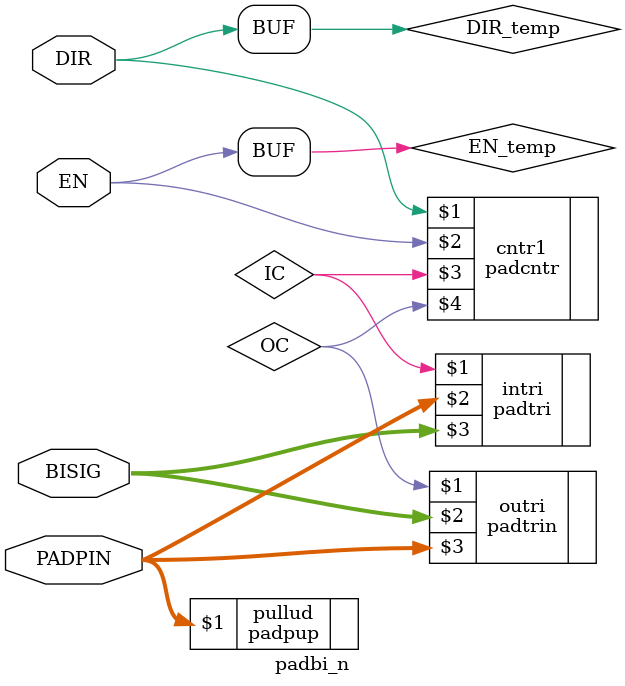
<source format=v>
module padbi_n(EN,DIR,BISIG,PADPIN);
  parameter M = 7;
  parameter N = 0;
  parameter SLIM_FLAG = 0;
  parameter OUTDRIVE = "4MA";
  parameter LEVEL_SHIFTING = 0;
  parameter SCHMITT_TRIGGER = 0;
  parameter PULL_TYPE = "None";
  parameter
        d_EN_r = 0,
        d_EN_f = 0,
        d_DIR_r = 0,
        d_DIR_f = 0,
        d_BISIG = 1,
        d_PADPIN = 1;
  input  EN;
  input  DIR;
  inout [M:N] BISIG;
  inout [M:N] PADPIN;
  wire  EN_temp;
  wire  DIR_temp;
  wire [M:N] BISIG_temp;
  wire [M:N] PADPIN_temp;
  wire  IC;
  wire  OC;
  assign #(d_EN_r,d_EN_f) EN_temp = EN;
  assign #(d_DIR_r,d_DIR_f) DIR_temp = DIR;
  padpup #(M,N,PULL_TYPE) pullud (PADPIN);
  padtrin #(M,N,PULL_TYPE) outri (OC,BISIG,PADPIN);
  padtri #(M,N) intri (IC,PADPIN,BISIG);
  padcntr cntr1 (DIR_temp,EN_temp,IC,OC);
endmodule

</source>
